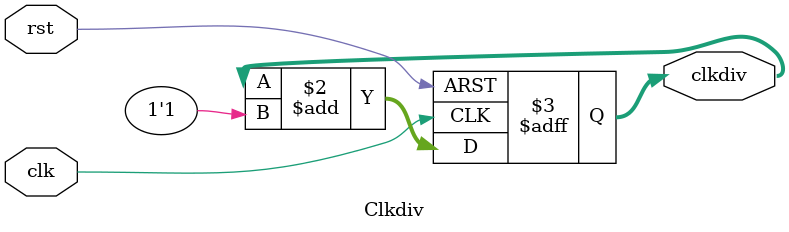
<source format=v>
`timescale 1ns / 1ps
module Clkdiv(
	input clk,
	input rst,
	output reg[31:0] clkdiv
    );
	always @ (posedge clk or posedge rst) begin
		if(rst) clkdiv<=0;
		else clkdiv<=clkdiv+1'b1;
	end
	
endmodule
</source>
